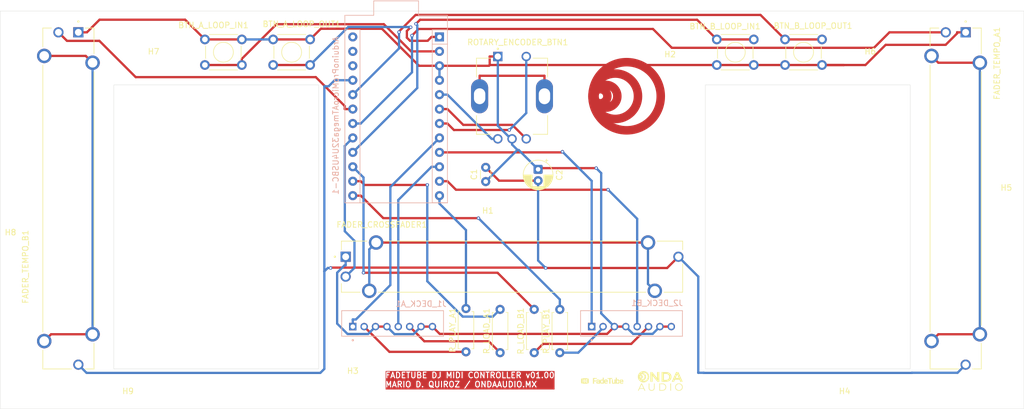
<source format=kicad_pcb>
(kicad_pcb (version 20241229) (generator "pcbnew") (generator_version "9.0")
  (layers (0 "F.Cu" signal) (2 "B.Cu" signal) (13 "F.Paste" user) (15 "B.Paste" user) (5 "F.SilkS" user "F.Silkscreen") (7 "B.SilkS" user "B.Silkscreen") (1 "F.Mask" user) (3 "B.Mask" user) (25 "Edge.Cuts" user))
  (net 0 "")
  (net 1 "GND")
  (net 2 "Net-(ROTARY_ENCODER_BTN1-SHIELD-PadSH1)")
  (net 3 "Net-(J1_DECK_A1-Pad6)")
  (net 4 "Net-(J1_DECK_A1-Pad2)")
  (net 5 "Net-(J2_DECK_B1-Pad2)")
  (net 6 "Net-(J2_DECK_B1-Pad6)")
  (net 7 "Net-(ArduinoProMicroATmega32U4USBC-1-D14)")
  (net 8 "Net-(ArduinoProMicroATmega32U4USBC-1-D20{slash}A2)")
  (net 9 "Net-(ArduinoProMicroATmega32U4USBC-1-D2)")
  (net 11 "Net-(ArduinoProMicroATmega32U4USBC-1-D18{slash}A0)")
  (net 12 "Net-(ArduinoProMicroATmega32U4USBC-1-D16)")
  (net 13 "Net-(ArduinoProMicroATmega32U4USBC-1-D7)")
  (net 14 "Net-(ArduinoProMicroATmega32U4USBC-1-D4{slash}A6)")
  (net 15 "Net-(ArduinoProMicroATmega32U4USBC-1-~D5)")
  (net 16 "Net-(ArduinoProMicroATmega32U4USBC-1-~D6{slash}A7)")
  (net 17 "Net-(ArduinoProMicroATmega32U4USBC-1-~D9{slash}A9)")
  (net 18 "Net-(ArduinoProMicroATmega32U4USBC-1-~D3)")
  (net 19 "Net-(ArduinoProMicroATmega32U4USBC-1-D19{slash}A1)")
  (net 20 "Net-(ArduinoProMicroATmega32U4USBC-1-~D10{slash}A10)")
  (net 21 "Net-(ArduinoProMicroATmega32U4USBC-1-VCC)")
  (net 23 "Net-(ArduinoProMicroATmega32U4USBC-1-D8{slash}A8)")
  (net 25 "Net-(ArduinoProMicroATmega32U4USBC-1-D0{slash}RX)")
  (net 26 "Net-(ArduinoProMicroATmega32U4USBC-1-D15)")
  (net 27 "Net-(ArduinoProMicroATmega32U4USBC-1-D1{slash}TX)")
  (net 28 "Net-(ArduinoProMicroATmega32U4USBC-1-D21{slash}A3)")
  (net 29 "Net-(FADER_CROSSFADER1-SHIELD-PadSH1)")
  (net 30 "Net-(FADER_TEMPO_A1-SHIELD-PadSH1)")
  (net 31 "Net-(FADER_TEMPO_B1-SHIELD-PadSH1)")
  (footprint "Capacitor_THT:C_Disc_D3.0mm_W1.6mm_P2.50mm" (layer "F.Cu") (at -4.63 -4.98 90)
    (property "Reference" "C1" (at 1.25 -2.05 90) (layer "F.SilkS"))
    (property "Value" "0.1 µF")
    (pad "1" thru_hole circle (at 0 0 90) (size 1.6 1.6) (drill 0.8) (layers "*.Cu" "*.Mask") (net 1 "GND"))
    (pad "2" thru_hole circle (at 2.5 0 90) (size 1.6 1.6) (drill 0.8) (layers "*.Cu" "*.Mask") (net 21 "Net-(ArduinoProMicroATmega32U4USBC-1-VCC)"))
  )
  (footprint "FADETUBE_LIBRARY:XDCR_PEC11R-4220K-S0024" (layer "F.Cu") (at 0 -20)
    (property "Reference" "ROTARY_ENCODER_BTN1" (at 1 -9.5 0) (layer "F.SilkS"))
    (property "Value" "PEC11R-4220K-S0024 10k")
    (pad "1" thru_hole rect (at -2.5 -7) (size 1.65 1.65) (drill 1.1) (layers "*.Cu" "*.Mask") (net 1 "GND"))
    (pad "2" thru_hole circle (at 2.5 -7) (size 1.65 1.65) (drill 1.1) (layers "*.Cu" "*.Mask") (net 14 "Net-(ArduinoProMicroATmega32U4USBC-1-D4{slash}A6)"))
    (pad "A" thru_hole circle (at -2.5 7.5) (size 1.65 1.65) (drill 1.1) (layers "*.Cu" "*.Mask") (net 9 "Net-(ArduinoProMicroATmega32U4USBC-1-D2)"))
    (pad "B" thru_hole circle (at 2.5 7.5) (size 1.65 1.65) (drill 1.1) (layers "*.Cu" "*.Mask") (net 18 "Net-(ArduinoProMicroATmega32U4USBC-1-~D3)"))
    (pad "C" thru_hole circle (at 0 7.5) (size 1.65 1.65) (drill 1.1) (layers "*.Cu" "*.Mask") (net 1 "GND"))
    (pad "SH1" thru_hole oval (at -5.7 0) (size 3 6) (drill oval 2 2.8) (layers "*.Cu" "*.Mask") (net 2 "Net-(ROTARY_ENCODER_BTN1-SHIELD-PadSH1)"))
    (pad "SH2" thru_hole oval (at 5.7 0) (size 3 6) (drill oval 2 2.8) (layers "*.Cu" "*.Mask") (net 2 "Net-(ROTARY_ENCODER_BTN1-SHIELD-PadSH1)"))
  )
  (footprint "MountingHole:MountingHole_2.2mm_M2" (layer "F.Cu") (at -28 31.5)
    (property "Reference" "H3" (at 0 -3.15 0) (layer "F.SilkS"))
    (property "Value" "3")
    (pad "" np_thru_hole circle (at 0 0) (size 2.2 2.2) (drill 2.2) (layers "*.Cu" "*.Mask"))
  )
  (footprint "Capacitor_THT:CP_Radial_D5.0mm_P2.00mm" (layer "F.Cu") (at 4.58 -7.1351 -90)
    (property "Reference" "C2" (at 1 -3.75 90) (layer "F.SilkS"))
    (property "Value" "10 µF")
    (pad "1" thru_hole roundrect (at 0 0 270) (size 1.6 1.6) (drill 0.8) (layers "*.Cu" "*.Mask") (roundrect_rratio 0.15625) (net 1 "GND"))
    (pad "2" thru_hole circle (at 2 0 270) (size 1.6 1.6) (drill 0.8) (layers "*.Cu" "*.Mask") (net 21 "Net-(ArduinoProMicroATmega32U4USBC-1-VCC)"))
  )
  (footprint "Button_Switch_THT:SW_TH_Tactile_Omron_B3F-107x" (layer "F.Cu") (at 36 -30)
    (property "Reference" "BTN_B_LOOP_IN1" (at 1.45 -2.3 0) (layer "F.SilkS"))
    (property "Value" "SW_Push_Open")
    (pad "1" thru_hole circle (at 0 0) (size 1.7 1.7) (drill 1) (layers "*.Cu" "*.Mask") (net 26 "Net-(ArduinoProMicroATmega32U4USBC-1-D15)"))
    (pad "1" thru_hole circle (at 6.5 0) (size 1.7 1.7) (drill 1) (layers "*.Cu" "*.Mask") (net 26 "Net-(ArduinoProMicroATmega32U4USBC-1-D15)"))
    (pad "2" thru_hole circle (at 0 4.5) (size 1.7 1.7) (drill 1) (layers "*.Cu" "*.Mask") (net 1 "GND"))
    (pad "2" thru_hole circle (at 6.5 4.5) (size 1.7 1.7) (drill 1) (layers "*.Cu" "*.Mask") (net 1 "GND"))
  )
  (footprint "FADETUBE_LIBRARY:TRIM_PTA4553-2215CIB103" (layer "F.Cu") (at 78 -2 -90)
    (property "Reference" "FADER_TEMPO_A1" (at -23.78 -7.26 90) (layer "F.SilkS"))
    (property "Value" "PTA4553-2215CIB103 10k 45mm")
    (pad "1" thru_hole rect (at -29.25 -1.75 270) (size 1.8 1.8) (drill 1.2) (layers "*.Cu" "*.Mask") (net 1 "GND"))
    (pad "2" thru_hole circle (at -29.25 1.75 270) (size 1.8 1.8) (drill 1.2) (layers "*.Cu" "*.Mask") (net 19 "Net-(ArduinoProMicroATmega32U4USBC-1-D19{slash}A1)"))
    (pad "3" thru_hole circle (at 29.25 -1.75 270) (size 1.8 1.8) (drill 1.2) (layers "*.Cu" "*.Mask") (net 21 "Net-(ArduinoProMicroATmega32U4USBC-1-VCC)"))
    (pad "SH1" thru_hole circle (at -23.9 -4.25 270) (size 2.55 2.55) (drill 1.7) (layers "*.Cu" "*.Mask") (net 30 "Net-(FADER_TEMPO_A1-SHIELD-PadSH1)"))
    (pad "SH2" thru_hole circle (at -25.1 4.25 270) (size 2.55 2.55) (drill 1.7) (layers "*.Cu" "*.Mask") (net 30 "Net-(FADER_TEMPO_A1-SHIELD-PadSH1)"))
    (pad "SH3" thru_hole circle (at 23.9 -4.25 270) (size 2.55 2.55) (drill 1.7) (layers "*.Cu" "*.Mask") (net 30 "Net-(FADER_TEMPO_A1-SHIELD-PadSH1)"))
    (pad "SH4" thru_hole circle (at 25.1 4.25 270) (size 2.55 2.55) (drill 1.7) (layers "*.Cu" "*.Mask") (net 30 "Net-(FADER_TEMPO_A1-SHIELD-PadSH1)"))
  )
  (footprint "Resistor_THT:R_Axial_DIN0207_L6.3mm_D2.5mm_P7.62mm_Horizontal" (layer "F.Cu") (at -8.1 24.99 90)
    (property "Reference" "R_PLAY_A1" (at 3.81 -2.37 90) (layer "F.SilkS"))
    (property "Value" "470 Ohms")
    (pad "1" thru_hole circle (at 0 0 90) (size 1.6 1.6) (drill 0.8) (layers "*.Cu" "*.Mask") (net 4 "Net-(J1_DECK_A1-Pad2)"))
    (pad "2" thru_hole circle (at 7.62 0 90) (size 1.6 1.6) (drill 0.8) (layers "*.Cu" "*.Mask") (net 17 "Net-(ArduinoProMicroATmega32U4USBC-1-~D9{slash}A9)"))
  )
  (footprint "FADETUBE_LIBRARY:TRIM_PTA4553-2215CIB103" (layer "F.Cu") (at 0 10)
    (property "Reference" "FADER_CROSSFADER1" (at -22.9 -7.39 0) (layer "F.SilkS"))
    (property "Value" "PTA4553-2215CIB103 10k 45mm")
    (pad "1" thru_hole rect (at -29.25 -1.75) (size 1.8 1.8) (drill 1.2) (layers "*.Cu" "*.Mask") (net 1 "GND"))
    (pad "2" thru_hole circle (at -29.25 1.75) (size 1.8 1.8) (drill 1.2) (layers "*.Cu" "*.Mask") (net 11 "Net-(ArduinoProMicroATmega32U4USBC-1-D18{slash}A0)"))
    (pad "3" thru_hole circle (at 29.25 -1.75) (size 1.8 1.8) (drill 1.2) (layers "*.Cu" "*.Mask") (net 21 "Net-(ArduinoProMicroATmega32U4USBC-1-VCC)"))
    (pad "SH1" thru_hole circle (at -23.9 -4.25) (size 2.55 2.55) (drill 1.7) (layers "*.Cu" "*.Mask") (net 29 "Net-(FADER_CROSSFADER1-SHIELD-PadSH1)"))
    (pad "SH2" thru_hole circle (at -25.1 4.25) (size 2.55 2.55) (drill 1.7) (layers "*.Cu" "*.Mask") (net 29 "Net-(FADER_CROSSFADER1-SHIELD-PadSH1)"))
    (pad "SH3" thru_hole circle (at 23.9 -4.25) (size 2.55 2.55) (drill 1.7) (layers "*.Cu" "*.Mask") (net 29 "Net-(FADER_CROSSFADER1-SHIELD-PadSH1)"))
    (pad "SH4" thru_hole circle (at 25.1 4.25) (size 2.55 2.55) (drill 1.7) (layers "*.Cu" "*.Mask") (net 29 "Net-(FADER_CROSSFADER1-SHIELD-PadSH1)"))
  )
  (footprint "MountingHole:MountingHole_2.2mm_M2" (layer "F.Cu") (at 63 -31.5)
    (property "Reference" "H6" (at -0.02 3.63 0) (layer "F.SilkS"))
    (property "Value" "6")
    (pad "" np_thru_hole circle (at 0 0) (size 2.2 2.2) (drill 2.2) (layers "*.Cu" "*.Mask"))
  )
  (footprint "MountingHole:MountingHole_2.2mm_M2" (layer "F.Cu") (at 87 0)
    (property "Reference" "H5" (at -0.1 -3.89 0) (layer "F.SilkS"))
    (property "Value" "5")
    (pad "" np_thru_hole circle (at 0 0) (size 2.2 2.2) (drill 2.2) (layers "*.Cu" "*.Mask"))
  )
  (footprint "MountingHole:MountingHole_2.2mm_M2" (layer "F.Cu") (at 0 0)
    (property "Reference" "H1" (at -4.25 0.14 0) (layer "F.SilkS"))
    (property "Value" "1")
    (pad "" np_thru_hole circle (at 0 0) (size 2.2 2.2) (drill 2.2) (layers "*.Cu" "*.Mask"))
  )
  (footprint "FADETUBE_LIBRARY:onda-audio-logo" (layer "F.Cu") (at 26.11886 30.11934)
    (property "Reference" "ONDAAUDIO-LOGO" (hide yes))
    (property "Value" "LOGO" (hide yes))
  )
  (footprint "Button_Switch_THT:SW_TH_Tactile_Omron_B3F-107x" (layer "F.Cu") (at -54 -30)
    (property "Reference" "BTN_A_LOOP_IN1" (at 1.5 -2.5 180) (layer "F.SilkS"))
    (property "Value" "SW_Push_Open")
    (pad "1" thru_hole circle (at 0 0) (size 1.7 1.7) (drill 1) (layers "*.Cu" "*.Mask") (net 1 "GND"))
    (pad "1" thru_hole circle (at 6.5 0) (size 1.7 1.7) (drill 1) (layers "*.Cu" "*.Mask") (net 1 "GND"))
    (pad "2" thru_hole circle (at 0 4.5) (size 1.7 1.7) (drill 1) (layers "*.Cu" "*.Mask") (net 25 "Net-(ArduinoProMicroATmega32U4USBC-1-D0{slash}RX)"))
    (pad "2" thru_hole circle (at 6.5 4.5) (size 1.7 1.7) (drill 1) (layers "*.Cu" "*.Mask") (net 25 "Net-(ArduinoProMicroATmega32U4USBC-1-D0{slash}RX)"))
  )
  (footprint "Resistor_THT:R_Axial_DIN0207_L6.3mm_D2.5mm_P7.62mm_Horizontal" (layer "F.Cu") (at -2.1 25.14 90)
    (property "Reference" "R_LOAD_A1" (at 3.81 -2.37 90) (layer "F.SilkS"))
    (property "Value" "470 Ohms")
    (pad "1" thru_hole circle (at 0 0 90) (size 1.6 1.6) (drill 0.8) (layers "*.Cu" "*.Mask") (net 3 "Net-(J1_DECK_A1-Pad6)"))
    (pad "2" thru_hole circle (at 7.62 0 90) (size 1.6 1.6) (drill 0.8) (layers "*.Cu" "*.Mask") (net 12 "Net-(ArduinoProMicroATmega32U4USBC-1-D16)"))
  )
  (footprint "Button_Switch_THT:SW_TH_Tactile_Omron_B3F-107x" (layer "F.Cu") (at 48 -30)
    (property "Reference" "BTN_B_LOOP_OUT1" (at 4.93 -2.39 0) (layer "F.SilkS"))
    (property "Value" "SW_Push_Open")
    (pad "1" thru_hole circle (at 0 0) (size 1.7 1.7) (drill 1) (layers "*.Cu" "*.Mask") (net 28 "Net-(ArduinoProMicroATmega32U4USBC-1-D21{slash}A3)"))
    (pad "1" thru_hole circle (at 6.5 0) (size 1.7 1.7) (drill 1) (layers "*.Cu" "*.Mask") (net 28 "Net-(ArduinoProMicroATmega32U4USBC-1-D21{slash}A3)"))
    (pad "2" thru_hole circle (at 0 4.5) (size 1.7 1.7) (drill 1) (layers "*.Cu" "*.Mask") (net 1 "GND"))
    (pad "2" thru_hole circle (at 6.5 4.5) (size 1.7 1.7) (drill 1) (layers "*.Cu" "*.Mask") (net 1 "GND"))
  )
  (footprint "MountingHole:MountingHole_2.2mm_M2" (layer "F.Cu") (at -63 31.5)
    (property "Reference" "H9" (at -4.52 0.42 0) (layer "F.SilkS"))
    (property "Value" "9")
    (pad "" np_thru_hole circle (at 0 0) (size 2.2 2.2) (drill 2.2) (layers "*.Cu" "*.Mask"))
  )
  (footprint "MountingHole:MountingHole_2.2mm_M2" (layer "F.Cu") (at -63 -31.5)
    (property "Reference" "H7" (at -0.02 3.63 0) (layer "F.SilkS"))
    (property "Value" "7")
    (pad "" np_thru_hole circle (at 0 0) (size 2.2 2.2) (drill 2.2) (layers "*.Cu" "*.Mask"))
  )
  (footprint "Button_Switch_THT:SW_TH_Tactile_Omron_B3F-107x" (layer "F.Cu") (at -42 -30)
    (property "Reference" "BTN_A_LOOP_OUT1" (at 5 -2.7 0) (layer "F.SilkS"))
    (property "Value" "SW_Push_Open")
    (pad "1" thru_hole circle (at 0 0) (size 1.7 1.7) (drill 1) (layers "*.Cu" "*.Mask") (net 1 "GND"))
    (pad "1" thru_hole circle (at 6.5 0) (size 1.7 1.7) (drill 1) (layers "*.Cu" "*.Mask") (net 1 "GND"))
    (pad "2" thru_hole circle (at 0 4.5) (size 1.7 1.7) (drill 1) (layers "*.Cu" "*.Mask") (net 27 "Net-(ArduinoProMicroATmega32U4USBC-1-D1{slash}TX)"))
    (pad "2" thru_hole circle (at 6.5 4.5) (size 1.7 1.7) (drill 1) (layers "*.Cu" "*.Mask") (net 27 "Net-(ArduinoProMicroATmega32U4USBC-1-D1{slash}TX)"))
  )
  (footprint "Resistor_THT:R_Axial_DIN0207_L6.3mm_D2.5mm_P7.62mm_Horizontal" (layer "F.Cu") (at 3.9 25.14 90)
    (property "Reference" "R_LOAD_B1" (at 3.81 -2.37 90) (layer "F.SilkS"))
    (property "Value" "470 Ohms")
    (pad "1" thru_hole circle (at 0 0 90) (size 1.6 1.6) (drill 0.8) (layers "*.Cu" "*.Mask") (net 6 "Net-(J2_DECK_B1-Pad6)"))
    (pad "2" thru_hole circle (at 7.62 0 90) (size 1.6 1.6) (drill 0.8) (layers "*.Cu" "*.Mask") (net 7 "Net-(ArduinoProMicroATmega32U4USBC-1-D14)"))
  )
  (footprint "FADETUBE_LIBRARY:fadetube-logo" (layer "F.Cu") (at 15.61886 30.11934)
    (property "Reference" "FADETUBE-LOGO" (hide yes))
    (property "Value" "LOGO" (hide yes))
  )
  (footprint "Resistor_THT:R_Axial_DIN0207_L6.3mm_D2.5mm_P7.62mm_Horizontal" (layer "F.Cu") (at 8.4 25.14 90)
    (property "Reference" "R_PLAY_B1" (at 3.81 -2.37 90) (layer "F.SilkS"))
    (property "Value" "470 Ohms")
    (pad "1" thru_hole circle (at 0 0 90) (size 1.6 1.6) (drill 0.8) (layers "*.Cu" "*.Mask") (net 5 "Net-(J2_DECK_B1-Pad2)"))
    (pad "2" thru_hole circle (at 7.62 0 90) (size 1.6 1.6) (drill 0.8) (layers "*.Cu" "*.Mask") (net 20 "Net-(ArduinoProMicroATmega32U4USBC-1-~D10{slash}A10)"))
  )
  (footprint "MountingHole:MountingHole_2.2mm_M2" (layer "F.Cu") (at 63 31.5)
    (property "Reference" "H4" (at -4.52 0.42 0) (layer "F.SilkS"))
    (property "Value" "4")
    (pad "" np_thru_hole circle (at 0 0) (size 2.2 2.2) (drill 2.2) (layers "*.Cu" "*.Mask"))
  )
  (footprint "MountingHole:MountingHole_2.2mm_M2" (layer "F.Cu") (at 28 -31.5)
    (property "Reference" "H2" (at -0.22 4.12 0) (layer "F.SilkS"))
    (property "Value" "2")
    (pad "" np_thru_hole circle (at 0 0) (size 2.2 2.2) (drill 2.2) (layers "*.Cu" "*.Mask"))
  )
  (footprint "MountingHole:MountingHole_2.2mm_M2" (layer "F.Cu") (at -87 0)
    (property "Reference" "H8" (at -1.18 3.97 0) (layer "F.SilkS"))
    (property "Value" "8")
    (pad "" np_thru_hole circle (at 0 0) (size 2.2 2.2) (drill 2.2) (layers "*.Cu" "*.Mask"))
  )
  (footprint "FADETUBE_LIBRARY:TRIM_PTA4553-2215CIB103" (layer "F.Cu") (at -78 -2 -90)
    (property "Reference" "FADER_TEMPO_B1" (at 12.03 7.55 90) (layer "F.SilkS"))
    (property "Value" "PTA4553-2215CIB103 10k 45mm")
    (pad "1" thru_hole rect (at -29.25 -1.75 270) (size 1.8 1.8) (drill 1.2) (layers "*.Cu" "*.Mask") (net 1 "GND"))
    (pad "2" thru_hole circle (at -29.25 1.75 270) (size 1.8 1.8) (drill 1.2) (layers "*.Cu" "*.Mask") (net 8 "Net-(ArduinoProMicroATmega32U4USBC-1-D20{slash}A2)"))
    (pad "3" thru_hole circle (at 29.25 -1.75 270) (size 1.8 1.8) (drill 1.2) (layers "*.Cu" "*.Mask") (net 21 "Net-(ArduinoProMicroATmega32U4USBC-1-VCC)"))
    (pad "SH1" thru_hole circle (at -23.9 -4.25 270) (size 2.55 2.55) (drill 1.7) (layers "*.Cu" "*.Mask") (net 31 "Net-(FADER_TEMPO_B1-SHIELD-PadSH1)"))
    (pad "SH2" thru_hole circle (at -25.1 4.25 270) (size 2.55 2.55) (drill 1.7) (layers "*.Cu" "*.Mask") (net 31 "Net-(FADER_TEMPO_B1-SHIELD-PadSH1)"))
    (pad "SH3" thru_hole circle (at 23.9 -4.25 270) (size 2.55 2.55) (drill 1.7) (layers "*.Cu" "*.Mask") (net 31 "Net-(FADER_TEMPO_B1-SHIELD-PadSH1)"))
    (pad "SH4" thru_hole circle (at 25.1 4.25 270) (size 2.55 2.55) (drill 1.7) (layers "*.Cu" "*.Mask") (net 31 "Net-(FADER_TEMPO_B1-SHIELD-PadSH1)"))
  )
  (footprint "FADETUBE_LIBRARY:JST_B8B-PH-K-S" (layer "B.Cu") (at -21 20 180)
    (property "Reference" "J1_DECK_A1" (at -5 3.45 0) (layer "B.SilkS") (effects (justify mirror)))
    (property "Value" "B8B-PH-K-S")
    (pad "1" thru_hole rect (at 7 -0.55 180) (size 1.308 1.308) (drill 0.8) (layers "*.Cu" "*.Mask") (net 15 "Net-(ArduinoProMicroATmega32U4USBC-1-~D5)"))
    (pad "2" thru_hole circle (at 5 -0.55 180) (size 1.308 1.308) (drill 0.8) (layers "*.Cu" "*.Mask") (net 4 "Net-(J1_DECK_A1-Pad2)"))
    (pad "3" thru_hole circle (at 3 -0.55 180) (size 1.308 1.308) (drill 0.8) (layers "*.Cu" "*.Mask") (net 1 "GND"))
    (pad "4" thru_hole circle (at 1 -0.55 180) (size 1.308 1.308) (drill 0.8) (layers "*.Cu" "*.Mask") (net 1 "GND"))
    (pad "5" thru_hole circle (at -1 -0.55 180) (size 1.308 1.308) (drill 0.8) (layers "*.Cu" "*.Mask") (net 13 "Net-(ArduinoProMicroATmega32U4USBC-1-D7)"))
    (pad "6" thru_hole circle (at -3 -0.55 180) (size 1.308 1.308) (drill 0.8) (layers "*.Cu" "*.Mask") (net 3 "Net-(J1_DECK_A1-Pad6)"))
    (pad "7" thru_hole circle (at -5 -0.55 180) (size 1.308 1.308) (drill 0.8) (layers "*.Cu" "*.Mask") (net 1 "GND"))
    (pad "8" thru_hole circle (at -7 -0.55 180) (size 1.308 1.308) (drill 0.8) (layers "*.Cu" "*.Mask") (net 1 "GND"))
  )
  (footprint "Arduino:Sparkfun_Pro_Micro" (layer "B.Cu") (at -28 -2.5)
    (property "Reference" "ArduinoProMicroATmega32U4USBC-1" (at -3 -14.08 270) (layer "B.SilkS") (effects (justify mirror)))
    (property "Value" "SPARKFUN QWIIC PRO MICRO - USB-C" (hide yes))
    (pad "1" thru_hole rect (at 15.24 -27.94) (size 1.6 1.6) (drill 0.8) (layers "*.Cu" "*.Mask") (net 27 "Net-(ArduinoProMicroATmega32U4USBC-1-D1{slash}TX)"))
    (pad "2" thru_hole oval (at 15.24 -25.4) (size 1.6 1.6) (drill 0.8) (layers "*.Cu" "*.Mask") (net 25 "Net-(ArduinoProMicroATmega32U4USBC-1-D0{slash}RX)"))
    (pad "3" thru_hole oval (at 15.24 -22.86) (size 1.6 1.6) (drill 0.8) (layers "*.Cu" "*.Mask") (net 1 "GND"))
    (pad "4" thru_hole oval (at 15.24 -20.32) (size 1.6 1.6) (drill 0.8) (layers "*.Cu" "*.Mask") (net 1 "GND"))
    (pad "5" thru_hole oval (at 15.24 -17.78) (size 1.6 1.6) (drill 0.8) (layers "*.Cu" "*.Mask") (net 9 "Net-(ArduinoProMicroATmega32U4USBC-1-D2)"))
    (pad "6" thru_hole oval (at 15.24 -15.24) (size 1.6 1.6) (drill 0.8) (layers "*.Cu" "*.Mask") (net 18 "Net-(ArduinoProMicroATmega32U4USBC-1-~D3)"))
    (pad "7" thru_hole oval (at 15.24 -12.7) (size 1.6 1.6) (drill 0.8) (layers "*.Cu" "*.Mask") (net 14 "Net-(ArduinoProMicroATmega32U4USBC-1-D4{slash}A6)"))
    (pad "8" thru_hole oval (at 15.24 -10.16) (size 1.6 1.6) (drill 0.8) (layers "*.Cu" "*.Mask") (net 15 "Net-(ArduinoProMicroATmega32U4USBC-1-~D5)"))
    (pad "9" thru_hole oval (at 15.24 -7.62) (size 1.6 1.6) (drill 0.8) (layers "*.Cu" "*.Mask") (net 16 "Net-(ArduinoProMicroATmega32U4USBC-1-~D6{slash}A7)"))
    (pad "10" thru_hole oval (at 15.24 -5.08) (size 1.6 1.6) (drill 0.8) (layers "*.Cu" "*.Mask") (net 13 "Net-(ArduinoProMicroATmega32U4USBC-1-D7)"))
    (pad "11" thru_hole oval (at 15.24 -2.54) (size 1.6 1.6) (drill 0.8) (layers "*.Cu" "*.Mask") (net 23 "Net-(ArduinoProMicroATmega32U4USBC-1-D8{slash}A8)"))
    (pad "12" thru_hole oval (at 15.24 0) (size 1.6 1.6) (drill 0.8) (layers "*.Cu" "*.Mask") (net 17 "Net-(ArduinoProMicroATmega32U4USBC-1-~D9{slash}A9)"))
    (pad "13" thru_hole oval (at 0 0) (size 1.6 1.6) (drill 0.8) (layers "*.Cu" "*.Mask") (net 20 "Net-(ArduinoProMicroATmega32U4USBC-1-~D10{slash}A10)"))
    (pad "14" thru_hole oval (at 0 -2.54) (size 1.6 1.6) (drill 0.8) (layers "*.Cu" "*.Mask") (net 12 "Net-(ArduinoProMicroATmega32U4USBC-1-D16)"))
    (pad "15" thru_hole oval (at 0 -5.08) (size 1.6 1.6) (drill 0.8) (layers "*.Cu" "*.Mask") (net 7 "Net-(ArduinoProMicroATmega32U4USBC-1-D14)"))
    (pad "16" thru_hole oval (at 0 -7.62) (size 1.6 1.6) (drill 0.8) (layers "*.Cu" "*.Mask") (net 26 "Net-(ArduinoProMicroATmega32U4USBC-1-D15)"))
    (pad "17" thru_hole oval (at 0 -10.16) (size 1.6 1.6) (drill 0.8) (layers "*.Cu" "*.Mask") (net 11 "Net-(ArduinoProMicroATmega32U4USBC-1-D18{slash}A0)"))
    (pad "18" thru_hole oval (at 0 -12.7) (size 1.6 1.6) (drill 0.8) (layers "*.Cu" "*.Mask") (net 19 "Net-(ArduinoProMicroATmega32U4USBC-1-D19{slash}A1)"))
    (pad "19" thru_hole oval (at 0 -15.24) (size 1.6 1.6) (drill 0.8) (layers "*.Cu" "*.Mask") (net 8 "Net-(ArduinoProMicroATmega32U4USBC-1-D20{slash}A2)"))
    (pad "20" thru_hole oval (at 0 -17.78) (size 1.6 1.6) (drill 0.8) (layers "*.Cu" "*.Mask") (net 28 "Net-(ArduinoProMicroATmega32U4USBC-1-D21{slash}A3)"))
    (pad "21" thru_hole oval (at 0 -20.32) (size 1.6 1.6) (drill 0.8) (layers "*.Cu" "*.Mask") (net 21 "Net-(ArduinoProMicroATmega32U4USBC-1-VCC)"))
    (pad "22" thru_hole oval (at 0 -22.86) (size 1.6 1.6) (drill 0.8) (layers "*.Cu" "*.Mask"))
    (pad "23" thru_hole oval (at 0 -25.4) (size 1.6 1.6) (drill 0.8) (layers "*.Cu" "*.Mask"))
    (pad "24" thru_hole oval (at 0 -27.94) (size 1.6 1.6) (drill 0.8) (layers "*.Cu" "*.Mask"))
  )
  (footprint "FADETUBE_LIBRARY:JST_B8B-PH-K-S" (layer "B.Cu") (at 21 20 180)
    (property "Reference" "J2_DECK_B1" (at -4.5 3.585 0) (layer "B.SilkS") (effects (justify mirror)))
    (property "Value" "B8B-PH-K-S")
    (pad "1" thru_hole rect (at 7 -0.55 180) (size 1.308 1.308) (drill 0.8) (layers "*.Cu" "*.Mask") (net 16 "Net-(ArduinoProMicroATmega32U4USBC-1-~D6{slash}A7)"))
    (pad "2" thru_hole circle (at 5 -0.55 180) (size 1.308 1.308) (drill 0.8) (layers "*.Cu" "*.Mask") (net 5 "Net-(J2_DECK_B1-Pad2)"))
    (pad "3" thru_hole circle (at 3 -0.55 180) (size 1.308 1.308) (drill 0.8) (layers "*.Cu" "*.Mask") (net 1 "GND"))
    (pad "4" thru_hole circle (at 1 -0.55 180) (size 1.308 1.308) (drill 0.8) (layers "*.Cu" "*.Mask") (net 1 "GND"))
    (pad "5" thru_hole circle (at -1 -0.55 180) (size 1.308 1.308) (drill 0.8) (layers "*.Cu" "*.Mask") (net 23 "Net-(ArduinoProMicroATmega32U4USBC-1-D8{slash}A8)"))
    (pad "6" thru_hole circle (at -3 -0.55 180) (size 1.308 1.308) (drill 0.8) (layers "*.Cu" "*.Mask") (net 6 "Net-(J2_DECK_B1-Pad6)"))
    (pad "7" thru_hole circle (at -5 -0.55 180) (size 1.308 1.308) (drill 0.8) (layers "*.Cu" "*.Mask") (net 1 "GND"))
    (pad "8" thru_hole circle (at -7 -0.55 180) (size 1.308 1.308) (drill 0.8) (layers "*.Cu" "*.Mask") (net 1 "GND"))
  )
  (gr_circle (center 16.51 -20) (end 18.51 -20) (stroke (width 1.5)) (fill no) (layer "F.Cu"))
  (gr_circle (center 20.146039 -20) (end 26.146039 -20) (stroke (width 1.5)) (fill no) (layer "F.Cu") (net 1))
  (gr_circle (center 15.51 -20) (end 16.01 -20) (stroke (width 1.5)) (fill no) (layer "F.Cu"))
  (gr_circle (center 18.146039 -20) (end 22.146039 -20) (stroke (width 1.5)) (fill no) (layer "F.Cu") (net 1))
  (gr_rect (start -90 -35) (end 90 35) (stroke (width 0.05)) (fill no) (layer "Edge.Cuts"))
  (gr_rect (start -70 -22) (end -34 28) (stroke (width 0.05)) (fill no) (layer "Edge.Cuts"))
  (gr_rect (start 34 -22) (end 70 28) (stroke (width 0.05)) (fill no) (layer "Edge.Cuts"))
  (gr_text "FADETUBE DJ MIDI CONTROLLER v01.00\nMARIO D. QUIROZ / ONDAAUDIO.MX" (at -22.38 31.31 0) (layer "F.Cu" knockout) (effects (font (size 1 1) (thickness 0.1875)) (justify left bottom)))
  (segment (start 65.6839 -29.047) (end 76.233 -29.047) (width 0.4) (layer "F.Cu") (net 1))
  (segment (start -16 20.55) (end -14 20.55) (width 0.4) (layer "F.Cu") (net 1))
  (segment (start -3.9267 -25.5) (end -3.9267 -27) (width 0.4) (layer "F.Cu") (net 1))
  (segment (start -3.9267 -25.5) (end 36 -25.5) (width 0.4) (layer "F.Cu") (net 1))
  (segment (start -14 20.55) (end -12.7135 21.8365) (width 0.4) (layer "F.Cu") (net 1))
  (segment (start 36 -25.5) (end 41.6033 -25.5) (width 0.4) (layer "F.Cu") (net 1))
  (segment (start -4.0667 -25.36) (end -3.9267 -25.5) (width 0.4) (layer "F.Cu") (net 1))
  (segment (start -16.3501 -25.36) (end -14.1617 -25.36) (width 0.4) (layer "F.Cu") (net 1))
  (segment (start 62.1369 -25.5) (end 65.6839 -29.047) (width 0.4) (layer "F.Cu") (net 1))
  (segment (start 16.7135 21.8365) (end 18 20.55) (width 0.4) (layer "F.Cu") (net 1))
  (segment (start 58.3185 -25.5) (end 48 -25.5) (width 0.4) (layer "F.Cu") (net 1))
  (segment (start -2.5 -27) (end -3.9267 -27) (width 0.4) (layer "F.Cu") (net 1))
  (segment (start 76.233 -29.047) (end 78.2483 -31.0623) (width 0.4) (layer "F.Cu") (net 1))
  (segment (start 54.5 -25.5) (end 58.3185 -25.5) (width 0.4) (layer "F.Cu") (net 1))
  (segment (start -22.8714 -31.8813) (end -16.3501 -25.36) (width 0.4) (layer "F.Cu") (net 1))
  (segment (start -54 -30) (end -47.5 -30) (width 0.4) (layer "F.Cu") (net 1))
  (segment (start 20 20.55) (end 18 20.55) (width 0.4) (layer "F.Cu") (net 1))
  (segment (start -76.25 -31.25) (end -74.7483 -31.25) (width 0.4) (layer "F.Cu") (net 1))
  (segment (start -12.7135 21.8365) (end 16.7135 21.8365) (width 0.4) (layer "F.Cu") (net 1))
  (segment (start -24 20.55) (end -22 20.55) (width 0.4) (layer "F.Cu") (net 1))
  (segment (start -57.4726 -33.4726) (end -54 -30) (width 0.4) (layer "F.Cu") (net 1))
  (segment (start 58.3185 -25.5) (end 62.1369 -25.5) (width 0.4) (layer "F.Cu") (net 1))
  (segment (start 41.6033 -25.5) (end 42.5 -25.5) (width 0.4) (layer "F.Cu") (net 1))
  (segment (start 28 20.55) (end 26 20.55) (width 0.4) (layer "F.Cu") (net 1))
  (segment (start -42 -30) (end -35.5 -30) (width 0.4) (layer "F.Cu") (net 1))
  (segment (start 41.6033 -25.5) (end 48 -25.5) (width 0.4) (layer "F.Cu") (net 1))
  (segment (start -35.5 -30) (end -33.6187 -31.8813) (width 0.4) (layer "F.Cu") (net 1))
  (segment (start -74.7483 -31.25) (end -72.5257 -33.4726) (width 0.4) (layer "F.Cu") (net 1))
  (segment (start 79.75 -31.25) (end 78.2483 -31.25) (width 0.4) (layer "F.Cu") (net 1))
  (segment (start -72.5257 -33.4726) (end -57.4726 -33.4726) (width 0.4) (layer "F.Cu") (net 1))
  (segment (start 14.8005 -7.3424) (end 4.7873 -7.3424) (width 0.4) (layer "F.Cu") (net 1))
  (segment (start 78.2483 -31.0623) (end 78.2483 -31.25) (width 0.4) (layer "F.Cu") (net 1))
  (segment (start -12.76 -25.36) (end -14.1617 -25.36) (width 0.4) (layer "F.Cu") (net 1))
  (segment (start 4.7873 -7.3424) (end 4.58 -7.1351) (width 0.4) (layer "F.Cu") (net 1))
  (segment (start -33.6187 -31.8813) (end -22.8714 -31.8813) (width 0.4) (layer "F.Cu") (net 1))
  (segment (start -12.76 -25.36) (end -4.0667 -25.36) (width 0.4) (layer "F.Cu") (net 1))
  (via (at 14.8005 -7.3424) (size 0.6) (drill 0.3) (layers "F.Cu" "B.Cu") (net 1))
  (segment (start -2.5 -14.8037) (end -0.1963 -12.5) (width 0.4) (layer "B.Cu") (net 1))
  (segment (start -12.76 -22.82) (end -12.76 -25.36) (width 0.4) (layer "B.Cu") (net 1))
  (segment (start -28.9164 21.854) (end -30.7517 20.0187) (width 0.4) (layer "B.Cu") (net 1))
  (segment (start -30.7517 20.0187) (end -30.7517 11.0656) (width 0.4) (layer "B.Cu") (net 1))
  (segment (start -0.1963 -12.5) (end 0 -12.5) (width 0.4) (layer "B.Cu") (net 1))
  (segment (start -22 20.55) (end -20.6756 21.8744) (width 0.4) (layer "B.Cu") (net 1))
  (segment (start 21.2856 21.8356) (end 20 20.55) (width 0.4) (layer "B.Cu") (net 1))
  (segment (start -42 -30) (end -47.5 -30) (width 0.4) (layer "B.Cu") (net 1))
  (segment (start -24 20.55) (end -25.304 21.854) (width 0.4) (layer "B.Cu") (net 1))
  (segment (start -29.25 8.25) (end -29.25 9.7517) (width 0.4) (layer "B.Cu") (net 1))
  (segment (start -17.3244 21.8744) (end -16 20.55) (width 0.4) (layer "B.Cu") (net 1))
  (segment (start -30.7517 11.0656) (end -29.4378 9.7517) (width 0.4) (layer "B.Cu") (net 1))
  (segment (start 24.7144 21.8356) (end 21.2856 21.8356) (width 0.4) (layer "B.Cu") (net 1))
  (segment (start 26 20.55) (end 24.7144 21.8356) (width 0.4) (layer "B.Cu") (net 1))
  (segment (start -20.6756 21.8744) (end -17.3244 21.8744) (width 0.4) (layer "B.Cu") (net 1))
  (segment (start -2.5 -27) (end -2.5 -14.8037) (width 0.4) (layer "B.Cu") (net 1))
  (segment (start 0 -11.5) (end 0.945 -10.555) (width 0.4) (layer "B.Cu") (net 1))
  (segment (start -25.304 21.854) (end -28.9164 21.854) (width 0.4) (layer "B.Cu") (net 1))
  (segment (start -29.4378 9.7517) (end -29.25 9.7517) (width 0.4) (layer "B.Cu") (net 1))
  (segment (start 18 20.55) (end 15.6736 18.2236) (width 0.4) (layer "B.Cu") (net 1))
  (segment (start 0 -12.5) (end 0 -11.5) (width 0.4) (layer "B.Cu") (net 1))
  (segment (start 0.945 -10.555) (end -4.63 -4.98) (width 0.4) (layer "B.Cu") (net 1))
  (segment (start 15.6736 -6.4693) (end 14.8005 -7.3424) (width 0.4) (layer "B.Cu") (net 1))
  (segment (start 1.1601 -10.555) (end 0.945 -10.555) (width 0.4) (layer "B.Cu") (net 1))
  (segment (start 4.58 -7.1351) (end 1.1601 -10.555) (width 0.4) (layer "B.Cu") (net 1))
  (segment (start 15.6736 18.2236) (end 15.6736 -6.4693) (width 0.4) (layer "B.Cu") (net 1))
  (segment (start 5.7 -20) (end 5.7 -23.6017) (width 0.4) (layer "F.Cu") (net 2))
  (segment (start -5.7 -20) (end -5.7 -23.6017) (width 0.4) (layer "F.Cu") (net 2))
  (segment (start 5.7 -23.6017) (end -5.7 -23.6017) (width 0.4) (layer "F.Cu") (net 2))
  (segment (start -18 20.55) (end -15.4221 23.1279) (width 0.4) (layer "F.Cu") (net 3))
  (segment (start -4.1121 23.1279) (end -2.1 25.14) (width 0.4) (layer "F.Cu") (net 3))
  (segment (start -15.4221 23.1279) (end -4.1121 23.1279) (width 0.4) (layer "F.Cu") (net 3))
  (segment (start -21.56 24.99) (end -26 20.55) (width 0.4) (layer "F.Cu") (net 4))
  (segment (start -8.1 24.99) (end -21.56 24.99) (width 0.4) (layer "F.Cu") (net 4))
  (segment (start 11.6386 25.14) (end 16 20.7786) (width 0.4) (layer "B.Cu") (net 5))
  (segment (start 16 20.7786) (end 16 20.55) (width 0.4) (layer "B.Cu") (net 5))
  (segment (start 8.4 25.14) (end 11.6386 25.14) (width 0.4) (layer "B.Cu") (net 5))
  (segment (start 20.9553 23.5947) (end 24 20.55) (width 0.4) (layer "F.Cu") (net 6))
  (segment (start 3.9 25.14) (end 5.4453 23.5947) (width 0.4) (layer "F.Cu") (net 6))
  (segment (start 5.4453 23.5947) (end 20.9553 23.5947) (width 0.4) (layer "F.Cu") (net 6))
  (segment (start -26.1125 11.0687) (end -2.5513 11.0687) (width 0.4) (layer "F.Cu") (net 7))
  (segment (start -2.5513 11.0687) (end 3.9 17.52) (width 0.4) (layer "F.Cu") (net 7))
  (via (at -26.1125 11.0687) (size 0.6) (drill 0.3) (layers "F.Cu" "B.Cu") (net 7))
  (segment (start -28 -7.58) (end -26.1125 -5.6925) (width 0.4) (layer "B.Cu") (net 7))
  (segment (start -26.1125 -5.6925) (end -26.1125 11.0687) (width 0.4) (layer "B.Cu") (net 7))
  (segment (start -29.4017 -18.2656) (end -34.5015 -23.3654) (width 0.4) (layer "F.Cu") (net 8))
  (segment (start -72.5506 -29.7483) (end -78.2483 -29.7483) (width 0.4) (layer "F.Cu") (net 8))
  (segment (start -34.5015 -23.3654) (end -66.1677 -23.3654) (width 0.4) (layer "F.Cu") (net 8))
  (segment (start -29.4017 -17.74) (end -29.4017 -18.2656) (width 0.4) (layer "F.Cu") (net 8))
  (segment (start -28 -17.74) (end -29.4017 -17.74) (width 0.4) (layer "F.Cu") (net 8))
  (segment (start -78.2483 -29.7483) (end -79.75 -31.25) (width 0.4) (layer "F.Cu") (net 8))
  (segment (start -66.1677 -23.3654) (end -72.5506 -29.7483) (width 0.4) (layer "F.Cu") (net 8))
  (segment (start -11.3583 -20.28) (end -3.5783 -12.5) (width 0.4) (layer "B.Cu") (net 9))
  (segment (start -12.76 -20.28) (end -11.3583 -20.28) (width 0.4) (layer "B.Cu") (net 9))
  (segment (start -3.5783 -12.5) (end -2.5 -12.5) (width 0.4) (layer "B.Cu") (net 9))
  (segment (start -29.4022 -11.2578) (end -29.4022 3.7611) (width 0.4) (layer "B.Cu") (net 11))
  (segment (start -28 -12.66) (end -29.4022 -11.2578) (width 0.4) (layer "B.Cu") (net 11))
  (segment (start -27.7042 10.2042) (end -29.25 11.75) (width 0.4) (layer "B.Cu") (net 11))
  (segment (start -29.4022 3.7611) (end -27.7042 5.4591) (width 0.4) (layer "B.Cu") (net 11))
  (segment (start -27.7042 5.4591) (end -27.7042 10.2042) (width 0.4) (layer "B.Cu") (net 11))
  (segment (start -25.9458 -4.3875) (end -26.5983 -5.04) (width 0.4) (layer "F.Cu") (net 12))
  (segment (start -14.9037 -4.3875) (end -25.9458 -4.3875) (width 0.4) (layer "F.Cu") (net 12))
  (segment (start -28 -5.04) (end -26.5983 -5.04) (width 0.4) (layer "F.Cu") (net 12))
  (via (at -14.9037 -4.3875) (size 0.6) (drill 0.3) (layers "F.Cu" "B.Cu") (net 12))
  (segment (start -8.6681 18.7935) (end -3.3735 18.7935) (width 0.4) (layer "B.Cu") (net 12))
  (segment (start -14.9037 12.5579) (end -8.6681 18.7935) (width 0.4) (layer "B.Cu") (net 12))
  (segment (start -3.3735 18.7935) (end -2.1 17.52) (width 0.4) (layer "B.Cu") (net 12))
  (segment (start -14.9037 -4.3875) (end -14.9037 12.5579) (width 0.4) (layer "B.Cu") (net 12))
  (segment (start -20 -1.7417) (end -14.1617 -7.58) (width 0.4) (layer "B.Cu") (net 13))
  (segment (start -12.76 -7.58) (end -14.1617 -7.58) (width 0.4) (layer "B.Cu") (net 13))
  (segment (start -20 20.55) (end -20 -1.7417) (width 0.4) (layer "B.Cu") (net 13))
  (segment (start -12.76 -15.2) (end -11.3583 -15.2) (width 0.4) (layer "F.Cu") (net 14))
  (segment (start -0.4819 -14.0607) (end -10.219 -14.0607) (width 0.4) (layer "F.Cu") (net 14))
  (segment (start -10.219 -14.0607) (end -11.3583 -15.2) (width 0.4) (layer "F.Cu") (net 14))
  (via (at -0.4819 -14.0607) (size 0.6) (drill 0.3) (layers "F.Cu" "B.Cu") (net 14))
  (segment (start 2.5 -17.0426) (end -0.4819 -14.0607) (width 0.4) (layer "B.Cu") (net 14))
  (segment (start 2.5 -27) (end 2.5 -17.0426) (width 0.4) (layer "B.Cu") (net 14))
  (segment (start -28 20.55) (end -28 19.2943) (width 0.4) (layer "B.Cu") (net 15))
  (segment (start -21.3934 -4.0266) (end -12.76 -12.66) (width 0.4) (layer "B.Cu") (net 15))
  (segment (start -28 19.2943) (end -27.4506 19.2943) (width 0.4) (layer "B.Cu") (net 15))
  (segment (start -21.3934 13.2371) (end -21.3934 -4.0266) (width 0.4) (layer "B.Cu") (net 15))
  (segment (start -27.4506 19.2943) (end -21.3934 13.2371) (width 0.4) (layer "B.Cu") (net 15))
  (segment (start -12.76 -10.12) (end 8.7449 -10.12) (width 0.4) (layer "F.Cu") (net 16))
  (segment (start 8.7449 -10.12) (end 8.8624 -10.2375) (width 0.4) (layer "F.Cu") (net 16))
  (via (at 8.8624 -10.2375) (size 0.6) (drill 0.3) (layers "F.Cu" "B.Cu") (net 16))
  (segment (start 14 -5.0999) (end 14 20.55) (width 0.4) (layer "B.Cu") (net 16))
  (segment (start 8.8624 -10.2375) (end 14 -5.0999) (width 0.4) (layer "B.Cu") (net 16))
  (segment (start -12.76 -2.5) (end -12.76 -1.0983) (width 0.4) (layer "B.Cu") (net 17))
  (segment (start -8.1 17.37) (end -8.1 3.5617) (width 0.4) (layer "B.Cu") (net 17))
  (segment (start -8.1 3.5617) (end -12.76 -1.0983) (width 0.4) (layer "B.Cu") (net 17))
  (segment (start 2.5 -12.5) (end 0.0376 -14.9624) (width 0.4) (layer "F.Cu") (net 18))
  (segment (start 0.0376 -14.9624) (end -8.5807 -14.9624) (width 0.4) (layer "F.Cu") (net 18))
  (segment (start -8.5807 -14.9624) (end -11.3583 -17.74) (width 0.4) (layer "F.Cu") (net 18))
  (segment (start -12.76 -17.74) (end -11.3583 -17.74) (width 0.4) (layer "F.Cu") (net 18))
  (segment (start -16.4331 -31.8417) (end 24.7761 -31.8417) (width 0.4) (layer "F.Cu") (net 19))
  (segment (start 63.6305 -28.5275) (end 66.353 -31.25) (width 0.4) (layer "F.Cu") (net 19))
  (segment (start -17.5879 -30.6869) (end -16.4331 -31.8417) (width 0.4) (layer "F.Cu") (net 19))
  (segment (start 66.353 -31.25) (end 76.25 -31.25) (width 0.4) (layer "F.Cu") (net 19))
  (segment (start 24.7761 -31.8417) (end 28.0903 -28.5275) (width 0.4) (layer "F.Cu") (net 19))
  (segment (start 28.0903 -28.5275) (end 63.6305 -28.5275) (width 0.4) (layer "F.Cu") (net 19))
  (segment (start -17.5879 -30.6869) (end -17.5868 -30.688) (width 0.4) (layer "F.Cu") (net 19))
  (via (at -17.5868 -30.688) (size 0.6) (drill 0.3) (layers "F.Cu" "B.Cu") (net 19))
  (segment (start -17.5868 -30.688) (end -17.5879 -30.6869) (width 0.4) (layer "B.Cu") (net 19))
  (segment (start -28 -15.2) (end -26.5983 -15.2) (width 0.4) (layer "B.Cu") (net 19))
  (segment (start -17.5868 -24.2115) (end -26.5983 -15.2) (width 0.4) (layer "B.Cu") (net 19))
  (segment (start -17.5879 -30.6869) (end -17.5868 -30.688) (width 0.4) (layer "B.Cu") (net 19))
  (segment (start -17.5868 -30.688) (end -17.5868 -24.2115) (width 0.4) (layer "B.Cu") (net 19))
  (segment (start -22.6358 1.4625) (end -26.5983 -2.5) (width 0.4) (layer "F.Cu") (net 20))
  (segment (start -28 -2.5) (end -26.5983 -2.5) (width 0.4) (layer "F.Cu") (net 20))
  (segment (start -5.9081 1.4625) (end -22.6358 1.4625) (width 0.4) (layer "F.Cu") (net 20))
  (via (at -5.9081 1.4625) (size 0.6) (drill 0.3) (layers "F.Cu" "B.Cu") (net 20))
  (segment (start 8.4 15.7706) (end -5.9081 1.4625) (width 0.4) (layer "B.Cu") (net 20))
  (segment (start 8.4 17.52) (end 8.4 15.7706) (width 0.4) (layer "B.Cu") (net 20))
  (segment (start -31.8385 10.167) (end -31.909 10.2375) (width 0.4) (layer "F.Cu") (net 21))
  (segment (start -2.2851 -5.1351) (end -4.63 -7.48) (width 0.4) (layer "F.Cu") (net 21))
  (segment (start 5.8378 10.167) (end -31.8385 10.167) (width 0.4) (layer "F.Cu") (net 21))
  (segment (start 4.58 -5.1351) (end -2.2851 -5.1351) (width 0.4) (layer "F.Cu") (net 21))
  (segment (start 27.2625 10.2375) (end 29.25 8.25) (width 0.4) (layer "F.Cu") (net 21))
  (segment (start 5.9083 10.2375) (end 27.2625 10.2375) (width 0.4) (layer "F.Cu") (net 21))
  (segment (start 5.9083 10.2375) (end 5.8378 10.167) (width 0.4) (layer "F.Cu") (net 21))
  (via (at -31.909 10.2375) (size 0.6) (drill 0.3) (layers "F.Cu" "B.Cu") (net 21))
  (via (at 5.9083 10.2375) (size 0.6) (drill 0.3) (layers "F.Cu" "B.Cu") (net 21))
  (segment (start -76.25 27.25) (end -74.799 28.701) (width 0.4) (layer "B.Cu") (net 21))
  (segment (start -33.7096 28.701) (end -33 27.9914) (width 0.4) (layer "B.Cu") (net 21))
  (segment (start 33.6886 28.68) (end 33.7096 28.701) (width 0.4) (layer "B.Cu") (net 21))
  (segment (start 78.32 28.68) (end 79.75 27.25) (width 0.4) (layer "B.Cu") (net 21))
  (segment (start 32.74 11.74) (end 32.74 28.68) (width 0.4) (layer "B.Cu") (net 21))
  (segment (start -33 27.9914) (end -33 10.8285) (width 0.4) (layer "B.Cu") (net 21))
  (segment (start 29.25 8.25) (end 32.74 11.74) (width 0.4) (layer "B.Cu") (net 21))
  (segment (start 33.7096 28.701) (end 70.2904 28.701) (width 0.4) (layer "B.Cu") (net 21))
  (segment (start -32.409 10.2375) (end -31.909 10.2375) (width 0.4) (layer "B.Cu") (net 21))
  (segment (start 32.74 28.68) (end 33.6886 28.68) (width 0.4) (layer "B.Cu") (net 21))
  (segment (start -31.18 -22.82) (end -28 -22.82) (width 0.4) (layer "B.Cu") (net 21))
  (segment (start -33 10.8285) (end -32.409 10.2375) (width 0.4) (layer "B.Cu") (net 21))
  (segment (start 4.58 -5.1351) (end 4.58 8.9092) (width 0.4) (layer "B.Cu") (net 21))
  (segment (start 4.58 8.9092) (end 5.9083 10.2375) (width 0.4) (layer "B.Cu") (net 21))
  (segment (start -33 -21.75) (end -32.25 -21.75) (width 0.4) (layer "B.Cu") (net 21))
  (segment (start 70.3114 28.68) (end 78.32 28.68) (width 0.4) (layer "B.Cu") (net 21))
  (segment (start -74.799 28.701) (end -33.7096 28.701) (width 0.4) (layer "B.Cu") (net 21))
  (segment (start 70.2904 28.701) (end 70.3114 28.68) (width 0.4) (layer "B.Cu") (net 21))
  (segment (start -33 10.8285) (end -33 -21.75) (width 0.4) (layer "B.Cu") (net 21))
  (segment (start -32.25 -21.75) (end -31.18 -22.82) (width 0.4) (layer "B.Cu") (net 21))
  (segment (start -11.3583 -5.04) (end -9.8622 -3.5439) (width 0.4) (layer "F.Cu") (net 23))
  (segment (start -9.8622 -3.5439) (end 16.8811 -3.5439) (width 0.4) (layer "F.Cu") (net 23))
  (segment (start -12.76 -5.04) (end -11.3583 -5.04) (width 0.4) (layer "F.Cu") (net 23))
  (via (at 16.8811 -3.5439) (size 0.6) (drill 0.3) (layers "F.Cu" "B.Cu") (net 23))
  (segment (start 22 1.575) (end 22 20.55) (width 0.4) (layer "B.Cu") (net 23))
  (segment (start 16.8811 -3.5439) (end 22 1.575) (width 0.4) (layer "B.Cu") (net 23))
  (segment (start -12.76 -27.9) (end -14.1617 -27.9) (width 0.4) (layer "F.Cu") (net 25))
  (segment (start -17.7564 -27.9) (end -14.1617 -27.9) (width 0.4) (layer "F.Cu") (net 25))
  (segment (start -47.5 -25.5) (end -47.5 -26.5951) (width 0.4) (layer "F.Cu") (net 25))
  (segment (start -41.4121 -32.683) (end -22.5394 -32.683) (width 0.4) (layer "F.Cu") (net 25))
  (segment (start -22.5394 -32.683) (end -17.7564 -27.9) (width 0.4) (layer "F.Cu") (net 25))
  (segment (start -47.5 -25.5) (end -54 -25.5) (width 0.4) (layer "F.Cu") (net 25))
  (segment (start -47.5 -26.5951) (end -41.4121 -32.683) (width 0.4) (layer "F.Cu") (net 25))
  (segment (start -16.8877 -32.7436) (end -16.1692 -33.4621) (width 0.4) (layer "F.Cu") (net 26))
  (segment (start -16.1692 -33.4621) (end 32.5379 -33.4621) (width 0.4) (layer "F.Cu") (net 26))
  (segment (start 32.5379 -33.4621) (end 36 -30) (width 0.4) (layer "F.Cu") (net 26))
  (segment (start 36 -30) (end 42.5 -30) (width 0.4) (layer "F.Cu") (net 26))
  (via (at -16.8877 -32.7436) (size 0.6) (drill 0.3) (layers "F.Cu" "B.Cu") (net 26))
  (segment (start -16.856 -32.7119) (end -16.8877 -32.7436) (width 0.4) (layer "B.Cu") (net 26))
  (segment (start -16.6619 -21.4581) (end -16.6619 -32.5178) (width 0.4) (layer "B.Cu") (net 26))
  (segment (start -16.6619 -32.5178) (end -16.8877 -32.7436) (width 0.4) (layer "B.Cu") (net 26))
  (segment (start -28 -10.12) (end -16.6619 -21.4581) (width 0.4) (layer "B.Cu") (net 26))
  (segment (start -16.8877 -32.7436) (end -16.856 -32.7119) (width 0.4) (layer "B.Cu") (net 26))
  (segment (start -42 -25.5) (end -35.5 -25.5) (width 0.4) (layer "F.Cu") (net 27))
  (segment (start -12.76 -30.44) (end -14.1617 -30.44) (width 0.4) (layer "F.Cu") (net 27))
  (segment (start -17.828 -32.1505) (end -18.4896 -31.4889) (width 0.4) (layer "F.Cu") (net 27))
  (segment (start -14.8461 -29.7556) (end -14.1617 -30.44) (width 0.4) (layer "F.Cu") (net 27))
  (segment (start -18.4896 -30.3135) (end -17.9317 -29.7556) (width 0.4) (layer "F.Cu") (net 27))
  (segment (start -18.4896 -31.4889) (end -18.4896 -30.3135) (width 0.4) (layer "F.Cu") (net 27))
  (segment (start -17.9317 -29.7556) (end -14.8461 -29.7556) (width 0.4) (layer "F.Cu") (net 27))
  (via (at -17.828 -32.1505) (size 0.6) (drill 0.3) (layers "F.Cu" "B.Cu") (net 27))
  (segment (start -28.8129 -32.1871) (end -35.5 -25.5) (width 0.4) (layer "B.Cu") (net 27))
  (segment (start -17.8646 -32.1871) (end -28.8129 -32.1871) (width 0.4) (layer "B.Cu") (net 27))
  (segment (start -17.828 -32.1505) (end -17.8646 -32.1871) (width 0.4) (layer "B.Cu") (net 27))
  (segment (start -19.8667 -31.4038) (end -19.8667 -31.2854) (width 0.4) (layer "F.Cu") (net 28))
  (segment (start -16.9567 -34.3138) (end -19.8667 -31.4038) (width 0.4) (layer "F.Cu") (net 28))
  (segment (start 48 -30) (end 43.6862 -34.3138) (width 0.4) (layer "F.Cu") (net 28))
  (segment (start 54.5 -30) (end 48 -30) (width 0.4) (layer "F.Cu") (net 28))
  (segment (start 43.6862 -34.3138) (end -16.9567 -34.3138) (width 0.4) (layer "F.Cu") (net 28))
  (via (at -19.8667 -31.2854) (size 0.6) (drill 0.3) (layers "F.Cu" "B.Cu") (net 28))
  (segment (start -19.8667 -28.4133) (end -28 -20.28) (width 0.4) (layer "B.Cu") (net 28))
  (segment (start -19.8667 -31.2854) (end -19.8667 -28.4133) (width 0.4) (layer "B.Cu") (net 28))
  (segment (start 23.9 5.75) (end -23.9 5.75) (width 0.4) (layer "F.Cu") (net 29))
  (segment (start -23.9 5.75) (end -25.1 6.95) (width 0.4) (layer "B.Cu") (net 29))
  (segment (start -25.1 6.95) (end -25.1 14.25) (width 0.4) (layer "B.Cu") (net 29))
  (segment (start 25.1 14.25) (end 23.9 13.05) (width 0.4) (layer "B.Cu") (net 29))
  (segment (start 23.9 13.05) (end 23.9 5.75) (width 0.4) (layer "B.Cu") (net 29))
  (segment (start 74.95 21.9) (end 73.75 23.1) (width 0.4) (layer "F.Cu") (net 30))
  (segment (start 74.95 -25.9) (end 82.25 -25.9) (width 0.4) (layer "F.Cu") (net 30))
  (segment (start 82.25 21.9) (end 74.95 21.9) (width 0.4) (layer "F.Cu") (net 30))
  (segment (start 73.75 -27.1) (end 74.95 -25.9) (width 0.4) (layer "F.Cu") (net 30))
  (segment (start 82.25 21.9) (end 82.25 -25.9) (width 0.4) (layer "B.Cu") (net 30))
  (segment (start -73.75 21.9) (end -81.05 21.9) (width 0.4) (layer "F.Cu") (net 31))
  (segment (start -74.95 -27.1) (end -73.75 -25.9) (width 0.4) (layer "F.Cu") (net 31))
  (segment (start -82.25 -27.1) (end -74.95 -27.1) (width 0.4) (layer "F.Cu") (net 31))
  (segment (start -81.05 21.9) (end -82.25 23.1) (width 0.4) (layer "F.Cu") (net 31))
  (segment (start -73.75 21.9) (end -73.75 -25.9) (width 0.4) (layer "B.Cu") (net 31))
)
</source>
